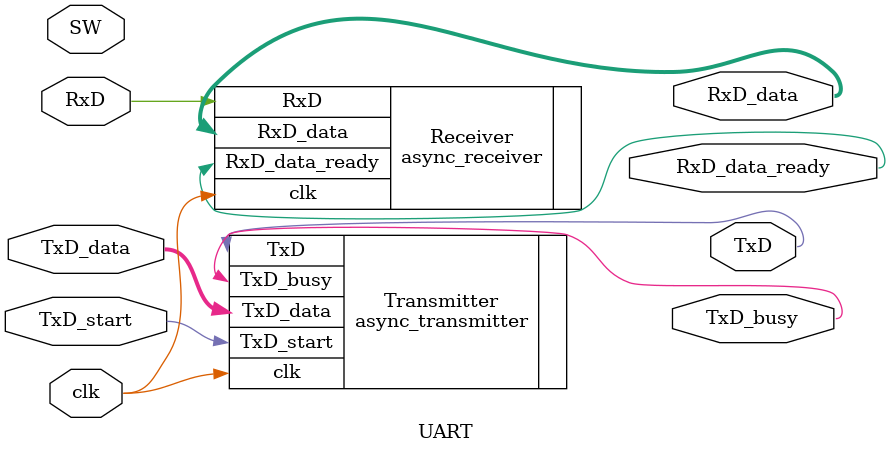
<source format=v>
module UART(clk, RxD, TxD_start, TxD_data, RxD_data_ready, RxD_data, TxD, TxD_busy, SW);
	input clk, RxD, TxD_start;
	input [7 : 0]TxD_data;
	output RxD_data_ready, TxD, TxD_busy;
	output [7 : 0]RxD_data;
	input [3:0] SW;
async_receiver Receiver(.clk(clk), .RxD(RxD), .RxD_data_ready(RxD_data_ready), .RxD_data(RxD_data));
async_transmitter Transmitter(.clk(clk), .TxD_start(TxD_start), .TxD_data(TxD_data), .TxD(TxD), .TxD_busy(TxD_busy));

endmodule
</source>
